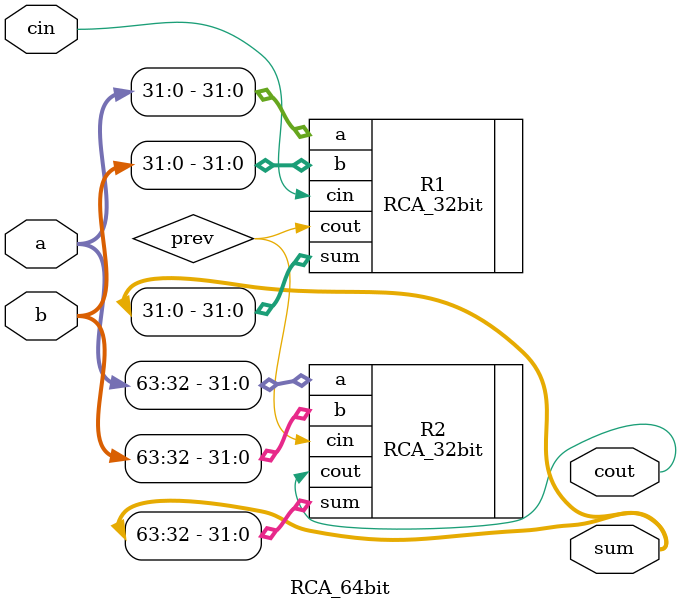
<source format=v>
`timescale 1ns / 1ps
module RCA_64bit(sum, cout, a, b, cin);
	 input [63:0] a, b;
	 input cin;
	 output cout;
	 output [63:0] sum;
	 wire prev;
	 
	 RCA_32bit R1(.sum(sum[31:0]), .cout(prev), .a(a[31:0]), .b(b[31:0]), .cin(cin));
	 RCA_32bit R2(.sum(sum[63:32]), .cout(cout), .a(a[63:32]), .b(b[63:32]), .cin(prev));


endmodule

</source>
